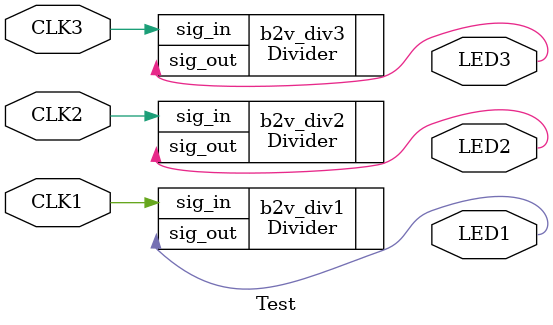
<source format=sv>

module Test(CLK1, CLK2, CLK3 ,LED1,LED2,LED3);

input wire	CLK1, CLK2, CLK3;
output wire	LED1, LED2,	LED3;

Divider	b2v_div1(
	.sig_in(CLK1),
	.sig_out(LED1));
	defparam	b2v_div1.DIVISOR = 50000000;

Divider	b2v_div2(
	.sig_in(CLK2),
	.sig_out(LED2));
	defparam	b2v_div2.DIVISOR = 50000000;

Divider	b2v_div3(
	.sig_in(CLK3),
	.sig_out(LED3));
	defparam	b2v_div3.DIVISOR = 50000000;

endmodule
</source>
